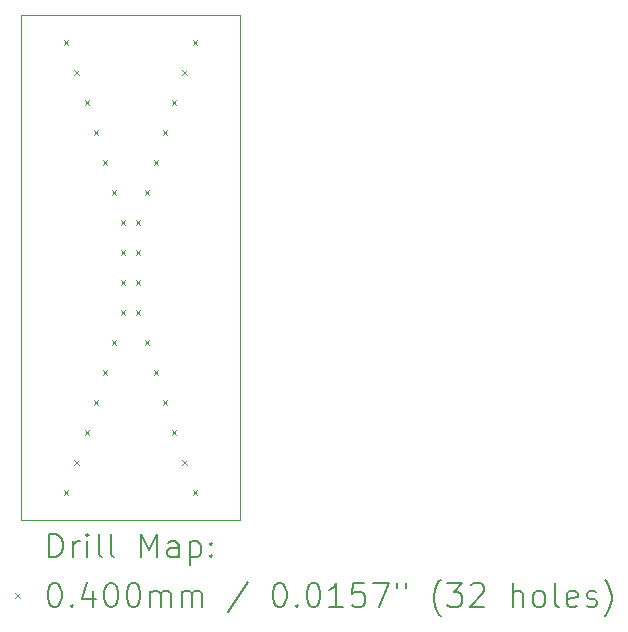
<source format=gbr>
%TF.GenerationSoftware,KiCad,Pcbnew,7.0.1*%
%TF.CreationDate,2024-12-23T01:12:33-08:00*%
%TF.ProjectId,SOP32-DIP32_adapter,534f5033-322d-4444-9950-33325f616461,rev?*%
%TF.SameCoordinates,Original*%
%TF.FileFunction,Drillmap*%
%TF.FilePolarity,Positive*%
%FSLAX45Y45*%
G04 Gerber Fmt 4.5, Leading zero omitted, Abs format (unit mm)*
G04 Created by KiCad (PCBNEW 7.0.1) date 2024-12-23 01:12:33*
%MOMM*%
%LPD*%
G01*
G04 APERTURE LIST*
%ADD10C,0.100000*%
%ADD11C,0.200000*%
%ADD12C,0.040000*%
G04 APERTURE END LIST*
D10*
X11800000Y-11800000D02*
X9940000Y-11800000D01*
X9940000Y-11800000D02*
X9940000Y-7530000D01*
X9940000Y-7530000D02*
X10000000Y-7530000D01*
X11800000Y-7530000D02*
X11800000Y-11800000D01*
X10000000Y-7530000D02*
X11800000Y-7530000D01*
D11*
D12*
X10305100Y-7739700D02*
X10345100Y-7779700D01*
X10345100Y-7739700D02*
X10305100Y-7779700D01*
X10305100Y-11549700D02*
X10345100Y-11589700D01*
X10345100Y-11549700D02*
X10305100Y-11589700D01*
X10394000Y-7993700D02*
X10434000Y-8033700D01*
X10434000Y-7993700D02*
X10394000Y-8033700D01*
X10394000Y-11295700D02*
X10434000Y-11335700D01*
X10434000Y-11295700D02*
X10394000Y-11335700D01*
X10482900Y-8247700D02*
X10522900Y-8287700D01*
X10522900Y-8247700D02*
X10482900Y-8287700D01*
X10482900Y-11041700D02*
X10522900Y-11081700D01*
X10522900Y-11041700D02*
X10482900Y-11081700D01*
X10559100Y-8501700D02*
X10599100Y-8541700D01*
X10599100Y-8501700D02*
X10559100Y-8541700D01*
X10559100Y-10787700D02*
X10599100Y-10827700D01*
X10599100Y-10787700D02*
X10559100Y-10827700D01*
X10635300Y-8755700D02*
X10675300Y-8795700D01*
X10675300Y-8755700D02*
X10635300Y-8795700D01*
X10635600Y-10534000D02*
X10675600Y-10574000D01*
X10675600Y-10534000D02*
X10635600Y-10574000D01*
X10711500Y-9009700D02*
X10751500Y-9049700D01*
X10751500Y-9009700D02*
X10711500Y-9049700D01*
X10711800Y-10280000D02*
X10751800Y-10320000D01*
X10751800Y-10280000D02*
X10711800Y-10320000D01*
X10787700Y-9263700D02*
X10827700Y-9303700D01*
X10827700Y-9263700D02*
X10787700Y-9303700D01*
X10787700Y-9517700D02*
X10827700Y-9557700D01*
X10827700Y-9517700D02*
X10787700Y-9557700D01*
X10787700Y-9771700D02*
X10827700Y-9811700D01*
X10827700Y-9771700D02*
X10787700Y-9811700D01*
X10788000Y-10026000D02*
X10828000Y-10066000D01*
X10828000Y-10026000D02*
X10788000Y-10066000D01*
X10914700Y-9263700D02*
X10954700Y-9303700D01*
X10954700Y-9263700D02*
X10914700Y-9303700D01*
X10914700Y-9517700D02*
X10954700Y-9557700D01*
X10954700Y-9517700D02*
X10914700Y-9557700D01*
X10914700Y-9771700D02*
X10954700Y-9811700D01*
X10954700Y-9771700D02*
X10914700Y-9811700D01*
X10915000Y-10026000D02*
X10955000Y-10066000D01*
X10955000Y-10026000D02*
X10915000Y-10066000D01*
X10990900Y-9009700D02*
X11030900Y-9049700D01*
X11030900Y-9009700D02*
X10990900Y-9049700D01*
X10990900Y-10279700D02*
X11030900Y-10319700D01*
X11030900Y-10279700D02*
X10990900Y-10319700D01*
X11067100Y-8755700D02*
X11107100Y-8795700D01*
X11107100Y-8755700D02*
X11067100Y-8795700D01*
X11067400Y-10534000D02*
X11107400Y-10574000D01*
X11107400Y-10534000D02*
X11067400Y-10574000D01*
X11143300Y-8501700D02*
X11183300Y-8541700D01*
X11183300Y-8501700D02*
X11143300Y-8541700D01*
X11143300Y-10787700D02*
X11183300Y-10827700D01*
X11183300Y-10787700D02*
X11143300Y-10827700D01*
X11219500Y-8247700D02*
X11259500Y-8287700D01*
X11259500Y-8247700D02*
X11219500Y-8287700D01*
X11219500Y-11041700D02*
X11259500Y-11081700D01*
X11259500Y-11041700D02*
X11219500Y-11081700D01*
X11308400Y-7993700D02*
X11348400Y-8033700D01*
X11348400Y-7993700D02*
X11308400Y-8033700D01*
X11308400Y-11295700D02*
X11348400Y-11335700D01*
X11348400Y-11295700D02*
X11308400Y-11335700D01*
X11397300Y-7739700D02*
X11437300Y-7779700D01*
X11437300Y-7739700D02*
X11397300Y-7779700D01*
X11397300Y-11549700D02*
X11437300Y-11589700D01*
X11437300Y-11549700D02*
X11397300Y-11589700D01*
D11*
X10182619Y-12117524D02*
X10182619Y-11917524D01*
X10182619Y-11917524D02*
X10230238Y-11917524D01*
X10230238Y-11917524D02*
X10258810Y-11927048D01*
X10258810Y-11927048D02*
X10277857Y-11946095D01*
X10277857Y-11946095D02*
X10287381Y-11965143D01*
X10287381Y-11965143D02*
X10296905Y-12003238D01*
X10296905Y-12003238D02*
X10296905Y-12031809D01*
X10296905Y-12031809D02*
X10287381Y-12069905D01*
X10287381Y-12069905D02*
X10277857Y-12088952D01*
X10277857Y-12088952D02*
X10258810Y-12108000D01*
X10258810Y-12108000D02*
X10230238Y-12117524D01*
X10230238Y-12117524D02*
X10182619Y-12117524D01*
X10382619Y-12117524D02*
X10382619Y-11984190D01*
X10382619Y-12022286D02*
X10392143Y-12003238D01*
X10392143Y-12003238D02*
X10401667Y-11993714D01*
X10401667Y-11993714D02*
X10420714Y-11984190D01*
X10420714Y-11984190D02*
X10439762Y-11984190D01*
X10506429Y-12117524D02*
X10506429Y-11984190D01*
X10506429Y-11917524D02*
X10496905Y-11927048D01*
X10496905Y-11927048D02*
X10506429Y-11936571D01*
X10506429Y-11936571D02*
X10515952Y-11927048D01*
X10515952Y-11927048D02*
X10506429Y-11917524D01*
X10506429Y-11917524D02*
X10506429Y-11936571D01*
X10630238Y-12117524D02*
X10611190Y-12108000D01*
X10611190Y-12108000D02*
X10601667Y-12088952D01*
X10601667Y-12088952D02*
X10601667Y-11917524D01*
X10735000Y-12117524D02*
X10715952Y-12108000D01*
X10715952Y-12108000D02*
X10706429Y-12088952D01*
X10706429Y-12088952D02*
X10706429Y-11917524D01*
X10963571Y-12117524D02*
X10963571Y-11917524D01*
X10963571Y-11917524D02*
X11030238Y-12060381D01*
X11030238Y-12060381D02*
X11096905Y-11917524D01*
X11096905Y-11917524D02*
X11096905Y-12117524D01*
X11277857Y-12117524D02*
X11277857Y-12012762D01*
X11277857Y-12012762D02*
X11268333Y-11993714D01*
X11268333Y-11993714D02*
X11249286Y-11984190D01*
X11249286Y-11984190D02*
X11211190Y-11984190D01*
X11211190Y-11984190D02*
X11192143Y-11993714D01*
X11277857Y-12108000D02*
X11258809Y-12117524D01*
X11258809Y-12117524D02*
X11211190Y-12117524D01*
X11211190Y-12117524D02*
X11192143Y-12108000D01*
X11192143Y-12108000D02*
X11182619Y-12088952D01*
X11182619Y-12088952D02*
X11182619Y-12069905D01*
X11182619Y-12069905D02*
X11192143Y-12050857D01*
X11192143Y-12050857D02*
X11211190Y-12041333D01*
X11211190Y-12041333D02*
X11258809Y-12041333D01*
X11258809Y-12041333D02*
X11277857Y-12031809D01*
X11373095Y-11984190D02*
X11373095Y-12184190D01*
X11373095Y-11993714D02*
X11392143Y-11984190D01*
X11392143Y-11984190D02*
X11430238Y-11984190D01*
X11430238Y-11984190D02*
X11449286Y-11993714D01*
X11449286Y-11993714D02*
X11458809Y-12003238D01*
X11458809Y-12003238D02*
X11468333Y-12022286D01*
X11468333Y-12022286D02*
X11468333Y-12079428D01*
X11468333Y-12079428D02*
X11458809Y-12098476D01*
X11458809Y-12098476D02*
X11449286Y-12108000D01*
X11449286Y-12108000D02*
X11430238Y-12117524D01*
X11430238Y-12117524D02*
X11392143Y-12117524D01*
X11392143Y-12117524D02*
X11373095Y-12108000D01*
X11554048Y-12098476D02*
X11563571Y-12108000D01*
X11563571Y-12108000D02*
X11554048Y-12117524D01*
X11554048Y-12117524D02*
X11544524Y-12108000D01*
X11544524Y-12108000D02*
X11554048Y-12098476D01*
X11554048Y-12098476D02*
X11554048Y-12117524D01*
X11554048Y-11993714D02*
X11563571Y-12003238D01*
X11563571Y-12003238D02*
X11554048Y-12012762D01*
X11554048Y-12012762D02*
X11544524Y-12003238D01*
X11544524Y-12003238D02*
X11554048Y-11993714D01*
X11554048Y-11993714D02*
X11554048Y-12012762D01*
D12*
X9895000Y-12425000D02*
X9935000Y-12465000D01*
X9935000Y-12425000D02*
X9895000Y-12465000D01*
D11*
X10220714Y-12337524D02*
X10239762Y-12337524D01*
X10239762Y-12337524D02*
X10258810Y-12347048D01*
X10258810Y-12347048D02*
X10268333Y-12356571D01*
X10268333Y-12356571D02*
X10277857Y-12375619D01*
X10277857Y-12375619D02*
X10287381Y-12413714D01*
X10287381Y-12413714D02*
X10287381Y-12461333D01*
X10287381Y-12461333D02*
X10277857Y-12499428D01*
X10277857Y-12499428D02*
X10268333Y-12518476D01*
X10268333Y-12518476D02*
X10258810Y-12528000D01*
X10258810Y-12528000D02*
X10239762Y-12537524D01*
X10239762Y-12537524D02*
X10220714Y-12537524D01*
X10220714Y-12537524D02*
X10201667Y-12528000D01*
X10201667Y-12528000D02*
X10192143Y-12518476D01*
X10192143Y-12518476D02*
X10182619Y-12499428D01*
X10182619Y-12499428D02*
X10173095Y-12461333D01*
X10173095Y-12461333D02*
X10173095Y-12413714D01*
X10173095Y-12413714D02*
X10182619Y-12375619D01*
X10182619Y-12375619D02*
X10192143Y-12356571D01*
X10192143Y-12356571D02*
X10201667Y-12347048D01*
X10201667Y-12347048D02*
X10220714Y-12337524D01*
X10373095Y-12518476D02*
X10382619Y-12528000D01*
X10382619Y-12528000D02*
X10373095Y-12537524D01*
X10373095Y-12537524D02*
X10363571Y-12528000D01*
X10363571Y-12528000D02*
X10373095Y-12518476D01*
X10373095Y-12518476D02*
X10373095Y-12537524D01*
X10554048Y-12404190D02*
X10554048Y-12537524D01*
X10506429Y-12328000D02*
X10458810Y-12470857D01*
X10458810Y-12470857D02*
X10582619Y-12470857D01*
X10696905Y-12337524D02*
X10715952Y-12337524D01*
X10715952Y-12337524D02*
X10735000Y-12347048D01*
X10735000Y-12347048D02*
X10744524Y-12356571D01*
X10744524Y-12356571D02*
X10754048Y-12375619D01*
X10754048Y-12375619D02*
X10763571Y-12413714D01*
X10763571Y-12413714D02*
X10763571Y-12461333D01*
X10763571Y-12461333D02*
X10754048Y-12499428D01*
X10754048Y-12499428D02*
X10744524Y-12518476D01*
X10744524Y-12518476D02*
X10735000Y-12528000D01*
X10735000Y-12528000D02*
X10715952Y-12537524D01*
X10715952Y-12537524D02*
X10696905Y-12537524D01*
X10696905Y-12537524D02*
X10677857Y-12528000D01*
X10677857Y-12528000D02*
X10668333Y-12518476D01*
X10668333Y-12518476D02*
X10658810Y-12499428D01*
X10658810Y-12499428D02*
X10649286Y-12461333D01*
X10649286Y-12461333D02*
X10649286Y-12413714D01*
X10649286Y-12413714D02*
X10658810Y-12375619D01*
X10658810Y-12375619D02*
X10668333Y-12356571D01*
X10668333Y-12356571D02*
X10677857Y-12347048D01*
X10677857Y-12347048D02*
X10696905Y-12337524D01*
X10887381Y-12337524D02*
X10906429Y-12337524D01*
X10906429Y-12337524D02*
X10925476Y-12347048D01*
X10925476Y-12347048D02*
X10935000Y-12356571D01*
X10935000Y-12356571D02*
X10944524Y-12375619D01*
X10944524Y-12375619D02*
X10954048Y-12413714D01*
X10954048Y-12413714D02*
X10954048Y-12461333D01*
X10954048Y-12461333D02*
X10944524Y-12499428D01*
X10944524Y-12499428D02*
X10935000Y-12518476D01*
X10935000Y-12518476D02*
X10925476Y-12528000D01*
X10925476Y-12528000D02*
X10906429Y-12537524D01*
X10906429Y-12537524D02*
X10887381Y-12537524D01*
X10887381Y-12537524D02*
X10868333Y-12528000D01*
X10868333Y-12528000D02*
X10858810Y-12518476D01*
X10858810Y-12518476D02*
X10849286Y-12499428D01*
X10849286Y-12499428D02*
X10839762Y-12461333D01*
X10839762Y-12461333D02*
X10839762Y-12413714D01*
X10839762Y-12413714D02*
X10849286Y-12375619D01*
X10849286Y-12375619D02*
X10858810Y-12356571D01*
X10858810Y-12356571D02*
X10868333Y-12347048D01*
X10868333Y-12347048D02*
X10887381Y-12337524D01*
X11039762Y-12537524D02*
X11039762Y-12404190D01*
X11039762Y-12423238D02*
X11049286Y-12413714D01*
X11049286Y-12413714D02*
X11068333Y-12404190D01*
X11068333Y-12404190D02*
X11096905Y-12404190D01*
X11096905Y-12404190D02*
X11115952Y-12413714D01*
X11115952Y-12413714D02*
X11125476Y-12432762D01*
X11125476Y-12432762D02*
X11125476Y-12537524D01*
X11125476Y-12432762D02*
X11135000Y-12413714D01*
X11135000Y-12413714D02*
X11154048Y-12404190D01*
X11154048Y-12404190D02*
X11182619Y-12404190D01*
X11182619Y-12404190D02*
X11201667Y-12413714D01*
X11201667Y-12413714D02*
X11211190Y-12432762D01*
X11211190Y-12432762D02*
X11211190Y-12537524D01*
X11306429Y-12537524D02*
X11306429Y-12404190D01*
X11306429Y-12423238D02*
X11315952Y-12413714D01*
X11315952Y-12413714D02*
X11335000Y-12404190D01*
X11335000Y-12404190D02*
X11363571Y-12404190D01*
X11363571Y-12404190D02*
X11382619Y-12413714D01*
X11382619Y-12413714D02*
X11392143Y-12432762D01*
X11392143Y-12432762D02*
X11392143Y-12537524D01*
X11392143Y-12432762D02*
X11401667Y-12413714D01*
X11401667Y-12413714D02*
X11420714Y-12404190D01*
X11420714Y-12404190D02*
X11449286Y-12404190D01*
X11449286Y-12404190D02*
X11468333Y-12413714D01*
X11468333Y-12413714D02*
X11477857Y-12432762D01*
X11477857Y-12432762D02*
X11477857Y-12537524D01*
X11868333Y-12328000D02*
X11696905Y-12585143D01*
X12125476Y-12337524D02*
X12144524Y-12337524D01*
X12144524Y-12337524D02*
X12163572Y-12347048D01*
X12163572Y-12347048D02*
X12173095Y-12356571D01*
X12173095Y-12356571D02*
X12182619Y-12375619D01*
X12182619Y-12375619D02*
X12192143Y-12413714D01*
X12192143Y-12413714D02*
X12192143Y-12461333D01*
X12192143Y-12461333D02*
X12182619Y-12499428D01*
X12182619Y-12499428D02*
X12173095Y-12518476D01*
X12173095Y-12518476D02*
X12163572Y-12528000D01*
X12163572Y-12528000D02*
X12144524Y-12537524D01*
X12144524Y-12537524D02*
X12125476Y-12537524D01*
X12125476Y-12537524D02*
X12106429Y-12528000D01*
X12106429Y-12528000D02*
X12096905Y-12518476D01*
X12096905Y-12518476D02*
X12087381Y-12499428D01*
X12087381Y-12499428D02*
X12077857Y-12461333D01*
X12077857Y-12461333D02*
X12077857Y-12413714D01*
X12077857Y-12413714D02*
X12087381Y-12375619D01*
X12087381Y-12375619D02*
X12096905Y-12356571D01*
X12096905Y-12356571D02*
X12106429Y-12347048D01*
X12106429Y-12347048D02*
X12125476Y-12337524D01*
X12277857Y-12518476D02*
X12287381Y-12528000D01*
X12287381Y-12528000D02*
X12277857Y-12537524D01*
X12277857Y-12537524D02*
X12268333Y-12528000D01*
X12268333Y-12528000D02*
X12277857Y-12518476D01*
X12277857Y-12518476D02*
X12277857Y-12537524D01*
X12411191Y-12337524D02*
X12430238Y-12337524D01*
X12430238Y-12337524D02*
X12449286Y-12347048D01*
X12449286Y-12347048D02*
X12458810Y-12356571D01*
X12458810Y-12356571D02*
X12468333Y-12375619D01*
X12468333Y-12375619D02*
X12477857Y-12413714D01*
X12477857Y-12413714D02*
X12477857Y-12461333D01*
X12477857Y-12461333D02*
X12468333Y-12499428D01*
X12468333Y-12499428D02*
X12458810Y-12518476D01*
X12458810Y-12518476D02*
X12449286Y-12528000D01*
X12449286Y-12528000D02*
X12430238Y-12537524D01*
X12430238Y-12537524D02*
X12411191Y-12537524D01*
X12411191Y-12537524D02*
X12392143Y-12528000D01*
X12392143Y-12528000D02*
X12382619Y-12518476D01*
X12382619Y-12518476D02*
X12373095Y-12499428D01*
X12373095Y-12499428D02*
X12363572Y-12461333D01*
X12363572Y-12461333D02*
X12363572Y-12413714D01*
X12363572Y-12413714D02*
X12373095Y-12375619D01*
X12373095Y-12375619D02*
X12382619Y-12356571D01*
X12382619Y-12356571D02*
X12392143Y-12347048D01*
X12392143Y-12347048D02*
X12411191Y-12337524D01*
X12668333Y-12537524D02*
X12554048Y-12537524D01*
X12611191Y-12537524D02*
X12611191Y-12337524D01*
X12611191Y-12337524D02*
X12592143Y-12366095D01*
X12592143Y-12366095D02*
X12573095Y-12385143D01*
X12573095Y-12385143D02*
X12554048Y-12394667D01*
X12849286Y-12337524D02*
X12754048Y-12337524D01*
X12754048Y-12337524D02*
X12744524Y-12432762D01*
X12744524Y-12432762D02*
X12754048Y-12423238D01*
X12754048Y-12423238D02*
X12773095Y-12413714D01*
X12773095Y-12413714D02*
X12820714Y-12413714D01*
X12820714Y-12413714D02*
X12839762Y-12423238D01*
X12839762Y-12423238D02*
X12849286Y-12432762D01*
X12849286Y-12432762D02*
X12858810Y-12451809D01*
X12858810Y-12451809D02*
X12858810Y-12499428D01*
X12858810Y-12499428D02*
X12849286Y-12518476D01*
X12849286Y-12518476D02*
X12839762Y-12528000D01*
X12839762Y-12528000D02*
X12820714Y-12537524D01*
X12820714Y-12537524D02*
X12773095Y-12537524D01*
X12773095Y-12537524D02*
X12754048Y-12528000D01*
X12754048Y-12528000D02*
X12744524Y-12518476D01*
X12925476Y-12337524D02*
X13058810Y-12337524D01*
X13058810Y-12337524D02*
X12973095Y-12537524D01*
X13125476Y-12337524D02*
X13125476Y-12375619D01*
X13201667Y-12337524D02*
X13201667Y-12375619D01*
X13496905Y-12613714D02*
X13487381Y-12604190D01*
X13487381Y-12604190D02*
X13468334Y-12575619D01*
X13468334Y-12575619D02*
X13458810Y-12556571D01*
X13458810Y-12556571D02*
X13449286Y-12528000D01*
X13449286Y-12528000D02*
X13439762Y-12480381D01*
X13439762Y-12480381D02*
X13439762Y-12442286D01*
X13439762Y-12442286D02*
X13449286Y-12394667D01*
X13449286Y-12394667D02*
X13458810Y-12366095D01*
X13458810Y-12366095D02*
X13468334Y-12347048D01*
X13468334Y-12347048D02*
X13487381Y-12318476D01*
X13487381Y-12318476D02*
X13496905Y-12308952D01*
X13554048Y-12337524D02*
X13677857Y-12337524D01*
X13677857Y-12337524D02*
X13611191Y-12413714D01*
X13611191Y-12413714D02*
X13639762Y-12413714D01*
X13639762Y-12413714D02*
X13658810Y-12423238D01*
X13658810Y-12423238D02*
X13668334Y-12432762D01*
X13668334Y-12432762D02*
X13677857Y-12451809D01*
X13677857Y-12451809D02*
X13677857Y-12499428D01*
X13677857Y-12499428D02*
X13668334Y-12518476D01*
X13668334Y-12518476D02*
X13658810Y-12528000D01*
X13658810Y-12528000D02*
X13639762Y-12537524D01*
X13639762Y-12537524D02*
X13582619Y-12537524D01*
X13582619Y-12537524D02*
X13563572Y-12528000D01*
X13563572Y-12528000D02*
X13554048Y-12518476D01*
X13754048Y-12356571D02*
X13763572Y-12347048D01*
X13763572Y-12347048D02*
X13782619Y-12337524D01*
X13782619Y-12337524D02*
X13830238Y-12337524D01*
X13830238Y-12337524D02*
X13849286Y-12347048D01*
X13849286Y-12347048D02*
X13858810Y-12356571D01*
X13858810Y-12356571D02*
X13868334Y-12375619D01*
X13868334Y-12375619D02*
X13868334Y-12394667D01*
X13868334Y-12394667D02*
X13858810Y-12423238D01*
X13858810Y-12423238D02*
X13744524Y-12537524D01*
X13744524Y-12537524D02*
X13868334Y-12537524D01*
X14106429Y-12537524D02*
X14106429Y-12337524D01*
X14192143Y-12537524D02*
X14192143Y-12432762D01*
X14192143Y-12432762D02*
X14182619Y-12413714D01*
X14182619Y-12413714D02*
X14163572Y-12404190D01*
X14163572Y-12404190D02*
X14135000Y-12404190D01*
X14135000Y-12404190D02*
X14115953Y-12413714D01*
X14115953Y-12413714D02*
X14106429Y-12423238D01*
X14315953Y-12537524D02*
X14296905Y-12528000D01*
X14296905Y-12528000D02*
X14287381Y-12518476D01*
X14287381Y-12518476D02*
X14277857Y-12499428D01*
X14277857Y-12499428D02*
X14277857Y-12442286D01*
X14277857Y-12442286D02*
X14287381Y-12423238D01*
X14287381Y-12423238D02*
X14296905Y-12413714D01*
X14296905Y-12413714D02*
X14315953Y-12404190D01*
X14315953Y-12404190D02*
X14344524Y-12404190D01*
X14344524Y-12404190D02*
X14363572Y-12413714D01*
X14363572Y-12413714D02*
X14373096Y-12423238D01*
X14373096Y-12423238D02*
X14382619Y-12442286D01*
X14382619Y-12442286D02*
X14382619Y-12499428D01*
X14382619Y-12499428D02*
X14373096Y-12518476D01*
X14373096Y-12518476D02*
X14363572Y-12528000D01*
X14363572Y-12528000D02*
X14344524Y-12537524D01*
X14344524Y-12537524D02*
X14315953Y-12537524D01*
X14496905Y-12537524D02*
X14477857Y-12528000D01*
X14477857Y-12528000D02*
X14468334Y-12508952D01*
X14468334Y-12508952D02*
X14468334Y-12337524D01*
X14649286Y-12528000D02*
X14630238Y-12537524D01*
X14630238Y-12537524D02*
X14592143Y-12537524D01*
X14592143Y-12537524D02*
X14573096Y-12528000D01*
X14573096Y-12528000D02*
X14563572Y-12508952D01*
X14563572Y-12508952D02*
X14563572Y-12432762D01*
X14563572Y-12432762D02*
X14573096Y-12413714D01*
X14573096Y-12413714D02*
X14592143Y-12404190D01*
X14592143Y-12404190D02*
X14630238Y-12404190D01*
X14630238Y-12404190D02*
X14649286Y-12413714D01*
X14649286Y-12413714D02*
X14658810Y-12432762D01*
X14658810Y-12432762D02*
X14658810Y-12451809D01*
X14658810Y-12451809D02*
X14563572Y-12470857D01*
X14735000Y-12528000D02*
X14754048Y-12537524D01*
X14754048Y-12537524D02*
X14792143Y-12537524D01*
X14792143Y-12537524D02*
X14811191Y-12528000D01*
X14811191Y-12528000D02*
X14820715Y-12508952D01*
X14820715Y-12508952D02*
X14820715Y-12499428D01*
X14820715Y-12499428D02*
X14811191Y-12480381D01*
X14811191Y-12480381D02*
X14792143Y-12470857D01*
X14792143Y-12470857D02*
X14763572Y-12470857D01*
X14763572Y-12470857D02*
X14744524Y-12461333D01*
X14744524Y-12461333D02*
X14735000Y-12442286D01*
X14735000Y-12442286D02*
X14735000Y-12432762D01*
X14735000Y-12432762D02*
X14744524Y-12413714D01*
X14744524Y-12413714D02*
X14763572Y-12404190D01*
X14763572Y-12404190D02*
X14792143Y-12404190D01*
X14792143Y-12404190D02*
X14811191Y-12413714D01*
X14887381Y-12613714D02*
X14896905Y-12604190D01*
X14896905Y-12604190D02*
X14915953Y-12575619D01*
X14915953Y-12575619D02*
X14925477Y-12556571D01*
X14925477Y-12556571D02*
X14935000Y-12528000D01*
X14935000Y-12528000D02*
X14944524Y-12480381D01*
X14944524Y-12480381D02*
X14944524Y-12442286D01*
X14944524Y-12442286D02*
X14935000Y-12394667D01*
X14935000Y-12394667D02*
X14925477Y-12366095D01*
X14925477Y-12366095D02*
X14915953Y-12347048D01*
X14915953Y-12347048D02*
X14896905Y-12318476D01*
X14896905Y-12318476D02*
X14887381Y-12308952D01*
M02*

</source>
